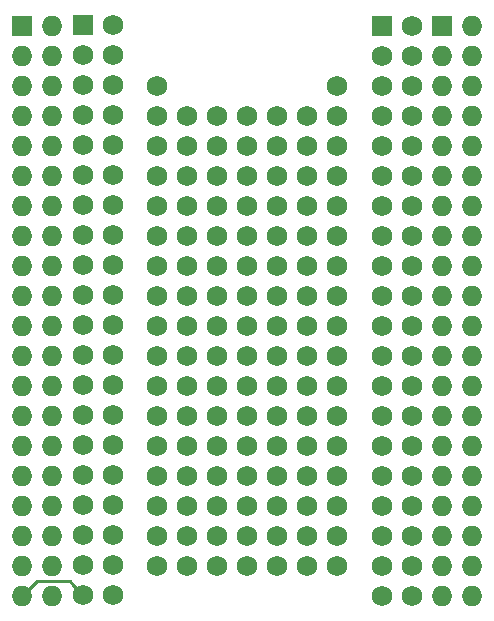
<source format=gbl>
G04 #@! TF.FileFunction,Copper,L2,Bot,Signal*
%FSLAX46Y46*%
G04 Gerber Fmt 4.6, Leading zero omitted, Abs format (unit mm)*
G04 Created by KiCad (PCBNEW 4.0.1-3.201512221402+6198~38~ubuntu14.04.1-stable) date Fri 13 May 2016 10:50:05 PM PDT*
%MOMM*%
G01*
G04 APERTURE LIST*
%ADD10C,0.100000*%
%ADD11C,1.727200*%
%ADD12R,1.727200X1.727200*%
%ADD13O,1.727200X1.727200*%
%ADD14C,0.254000*%
G04 APERTURE END LIST*
D10*
D11*
X144018000Y-81280000D03*
X144018000Y-78740000D03*
X144018000Y-83820000D03*
X144018000Y-91440000D03*
X144018000Y-93980000D03*
X144018000Y-99060000D03*
X144018000Y-96520000D03*
X144018000Y-86360000D03*
X144018000Y-88900000D03*
X144018000Y-111760000D03*
X144018000Y-109220000D03*
X144018000Y-101600000D03*
X144018000Y-104140000D03*
X144018000Y-114300000D03*
X144018000Y-116840000D03*
X144018000Y-106680000D03*
X141478000Y-116840000D03*
X141478000Y-114300000D03*
X146558000Y-116840000D03*
X146558000Y-114300000D03*
X151638000Y-116840000D03*
X149098000Y-116840000D03*
X138938000Y-116840000D03*
X136398000Y-116840000D03*
X151638000Y-114300000D03*
X149098000Y-114300000D03*
X138938000Y-114300000D03*
X136398000Y-114300000D03*
X151638000Y-111760000D03*
X149098000Y-111760000D03*
X146558000Y-111760000D03*
X141478000Y-111760000D03*
X138938000Y-111760000D03*
X136398000Y-111760000D03*
X151638000Y-109220000D03*
X149098000Y-109220000D03*
X146558000Y-109220000D03*
X141478000Y-109220000D03*
X138938000Y-109220000D03*
X136398000Y-109220000D03*
X151638000Y-106680000D03*
X149098000Y-106680000D03*
X146558000Y-106680000D03*
X141478000Y-106680000D03*
X138938000Y-106680000D03*
X136398000Y-106680000D03*
X151638000Y-104140000D03*
X149098000Y-104140000D03*
X146558000Y-104140000D03*
X141478000Y-104140000D03*
X138938000Y-104140000D03*
X136398000Y-104140000D03*
X151638000Y-101600000D03*
X149098000Y-101600000D03*
X146558000Y-101600000D03*
X141478000Y-101600000D03*
X138938000Y-101600000D03*
X136398000Y-101600000D03*
X151638000Y-99060000D03*
X149098000Y-99060000D03*
X146558000Y-99060000D03*
X141478000Y-99060000D03*
X138938000Y-99060000D03*
X136398000Y-99060000D03*
X151638000Y-96520000D03*
X149098000Y-96520000D03*
X146558000Y-96520000D03*
X141478000Y-96520000D03*
X138938000Y-96520000D03*
X136398000Y-96520000D03*
X151638000Y-93980000D03*
X149098000Y-93980000D03*
X146558000Y-93980000D03*
X141478000Y-93980000D03*
X138938000Y-93980000D03*
X136398000Y-93980000D03*
X151638000Y-91440000D03*
X149098000Y-91440000D03*
X146558000Y-91440000D03*
X141478000Y-91440000D03*
X138938000Y-91440000D03*
X136398000Y-91440000D03*
X151638000Y-88900000D03*
X149098000Y-88900000D03*
X146558000Y-88900000D03*
X141478000Y-88900000D03*
X138938000Y-88900000D03*
X136398000Y-88900000D03*
X151638000Y-86360000D03*
X149098000Y-86360000D03*
X146558000Y-86360000D03*
X141478000Y-86360000D03*
X138938000Y-86360000D03*
X136398000Y-86360000D03*
X151638000Y-83820000D03*
X149098000Y-83820000D03*
X146558000Y-83820000D03*
X141478000Y-83820000D03*
X138938000Y-83820000D03*
X136398000Y-83820000D03*
X151638000Y-81280000D03*
X149098000Y-81280000D03*
X146558000Y-81280000D03*
X141478000Y-81280000D03*
X138938000Y-81280000D03*
X136398000Y-81280000D03*
X151638000Y-78740000D03*
X149098000Y-78740000D03*
X146558000Y-78740000D03*
X141478000Y-78740000D03*
X138938000Y-78740000D03*
X136398000Y-78740000D03*
X151638000Y-76200000D03*
X136398000Y-76200000D03*
D12*
X124968000Y-71120000D03*
D13*
X127508000Y-71120000D03*
X124968000Y-73660000D03*
X127508000Y-73660000D03*
X124968000Y-76200000D03*
X127508000Y-76200000D03*
X124968000Y-78740000D03*
X127508000Y-78740000D03*
X124968000Y-81280000D03*
X127508000Y-81280000D03*
X124968000Y-83820000D03*
X127508000Y-83820000D03*
X124968000Y-86360000D03*
X127508000Y-86360000D03*
X124968000Y-88900000D03*
X127508000Y-88900000D03*
X124968000Y-91440000D03*
X127508000Y-91440000D03*
X124968000Y-93980000D03*
X127508000Y-93980000D03*
X124968000Y-96520000D03*
X127508000Y-96520000D03*
X124968000Y-99060000D03*
X127508000Y-99060000D03*
X124968000Y-101600000D03*
X127508000Y-101600000D03*
X124968000Y-104140000D03*
X127508000Y-104140000D03*
X124968000Y-106680000D03*
X127508000Y-106680000D03*
X124968000Y-109220000D03*
X127508000Y-109220000D03*
X124968000Y-111760000D03*
X127508000Y-111760000D03*
X124968000Y-114300000D03*
X127508000Y-114300000D03*
X124968000Y-116840000D03*
X127508000Y-116840000D03*
X124968000Y-119380000D03*
X127508000Y-119380000D03*
D12*
X160528000Y-71120000D03*
D13*
X163068000Y-71120000D03*
X160528000Y-73660000D03*
X163068000Y-73660000D03*
X160528000Y-76200000D03*
X163068000Y-76200000D03*
X160528000Y-78740000D03*
X163068000Y-78740000D03*
X160528000Y-81280000D03*
X163068000Y-81280000D03*
X160528000Y-83820000D03*
X163068000Y-83820000D03*
X160528000Y-86360000D03*
X163068000Y-86360000D03*
X160528000Y-88900000D03*
X163068000Y-88900000D03*
X160528000Y-91440000D03*
X163068000Y-91440000D03*
X160528000Y-93980000D03*
X163068000Y-93980000D03*
X160528000Y-96520000D03*
X163068000Y-96520000D03*
X160528000Y-99060000D03*
X163068000Y-99060000D03*
X160528000Y-101600000D03*
X163068000Y-101600000D03*
X160528000Y-104140000D03*
X163068000Y-104140000D03*
X160528000Y-106680000D03*
X163068000Y-106680000D03*
X160528000Y-109220000D03*
X163068000Y-109220000D03*
X160528000Y-111760000D03*
X163068000Y-111760000D03*
X160528000Y-114300000D03*
X163068000Y-114300000D03*
X160528000Y-116840000D03*
X163068000Y-116840000D03*
X160528000Y-119380000D03*
X163068000Y-119380000D03*
D12*
X155448000Y-71120000D03*
D11*
X155448000Y-73660000D03*
X155448000Y-76200000D03*
X155448000Y-78740000D03*
X155448000Y-81280000D03*
X155448000Y-83820000D03*
X155448000Y-86360000D03*
X155448000Y-88900000D03*
X155448000Y-91440000D03*
X155448000Y-93980000D03*
X155448000Y-96520000D03*
X155448000Y-99060000D03*
X155448000Y-101600000D03*
X155448000Y-104140000D03*
X155448000Y-106680000D03*
X155448000Y-109220000D03*
X155448000Y-111760000D03*
X155448000Y-114300000D03*
X155448000Y-116840000D03*
X155448000Y-119380000D03*
X157988000Y-71120000D03*
X157988000Y-73660000D03*
X157988000Y-76200000D03*
X157988000Y-78740000D03*
X157988000Y-81280000D03*
X157988000Y-83820000D03*
X157988000Y-86360000D03*
X157988000Y-88900000D03*
X157988000Y-91440000D03*
X157988000Y-93980000D03*
X157988000Y-96520000D03*
X157988000Y-99060000D03*
X157988000Y-101600000D03*
X157988000Y-104140000D03*
X157988000Y-106680000D03*
X157988000Y-109220000D03*
X157988000Y-111760000D03*
X157988000Y-114300000D03*
X157988000Y-116840000D03*
X157988000Y-119380000D03*
X132715000Y-71035001D03*
X132715000Y-73575001D03*
X132715000Y-76115001D03*
X132715000Y-78655001D03*
X132715000Y-81195001D03*
X132715000Y-83735001D03*
X132715000Y-86275001D03*
X132715000Y-88815001D03*
X132715000Y-91355001D03*
X132715000Y-93895001D03*
X132715000Y-96435001D03*
X132715000Y-98975001D03*
X132715000Y-101515001D03*
X132715000Y-104055001D03*
X132715000Y-106595001D03*
X132715000Y-109135001D03*
X132715000Y-111675001D03*
X132715000Y-114215001D03*
X132715000Y-116755001D03*
X132715000Y-119295001D03*
D12*
X130175000Y-71035001D03*
D11*
X130175000Y-73575001D03*
X130175000Y-76115001D03*
X130175000Y-78655001D03*
X130175000Y-81195001D03*
X130175000Y-83735001D03*
X130175000Y-86275001D03*
X130175000Y-88815001D03*
X130175000Y-91355001D03*
X130175000Y-93895001D03*
X130175000Y-96435001D03*
X130175000Y-98975001D03*
X130175000Y-101515001D03*
X130175000Y-104055001D03*
X130175000Y-106595001D03*
X130175000Y-109135001D03*
X130175000Y-111675001D03*
X130175000Y-114215001D03*
X130175000Y-116755001D03*
X130175000Y-119295001D03*
D14*
X124968000Y-119380000D02*
X126212601Y-118135399D01*
X126212601Y-118135399D02*
X129015398Y-118135399D01*
X129015398Y-118135399D02*
X129311401Y-118431402D01*
X129311401Y-118431402D02*
X130175000Y-119295001D01*
M02*

</source>
